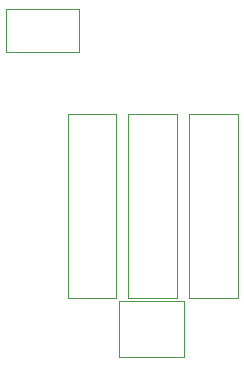
<source format=gbr>
%TF.GenerationSoftware,KiCad,Pcbnew,5.1.5*%
%TF.CreationDate,2020-11-01T11:17:01+00:00*%
%TF.ProjectId,board,626f6172-642e-46b6-9963-61645f706362,rev?*%
%TF.SameCoordinates,Original*%
%TF.FileFunction,Other,User*%
%FSLAX46Y46*%
G04 Gerber Fmt 4.6, Leading zero omitted, Abs format (unit mm)*
G04 Created by KiCad (PCBNEW 5.1.5) date 2020-11-01 11:17:01*
%MOMM*%
%LPD*%
G04 APERTURE LIST*
%ADD10C,0.050000*%
G04 APERTURE END LIST*
D10*
%TO.C,R2*%
X141094999Y-110415001D02*
X141094999Y-94815001D01*
X136994999Y-110415001D02*
X141094999Y-110415001D01*
X136994999Y-94815001D02*
X136994999Y-110415001D01*
X141094999Y-94815001D02*
X136994999Y-94815001D01*
%TO.C,J1*%
X126640000Y-89530000D02*
X132790000Y-89530000D01*
X132790000Y-89530000D02*
X132790000Y-85930000D01*
X132790000Y-85930000D02*
X126640000Y-85930000D01*
X126640000Y-85930000D02*
X126640000Y-89530000D01*
%TO.C,U1*%
X141700000Y-115370000D02*
X136240000Y-115370000D01*
X141700000Y-115370000D02*
X141700000Y-110630000D01*
X136240000Y-110630000D02*
X136240000Y-115370000D01*
X136240000Y-110630000D02*
X141700000Y-110630000D01*
%TO.C,R1*%
X146244999Y-110415001D02*
X146244999Y-94815001D01*
X142144999Y-110415001D02*
X146244999Y-110415001D01*
X142144999Y-94815001D02*
X142144999Y-110415001D01*
X146244999Y-94815001D02*
X142144999Y-94815001D01*
%TO.C,R3*%
X135944999Y-110415001D02*
X135944999Y-94815001D01*
X131844999Y-110415001D02*
X135944999Y-110415001D01*
X131844999Y-94815001D02*
X131844999Y-110415001D01*
X135944999Y-94815001D02*
X131844999Y-94815001D01*
%TD*%
M02*

</source>
